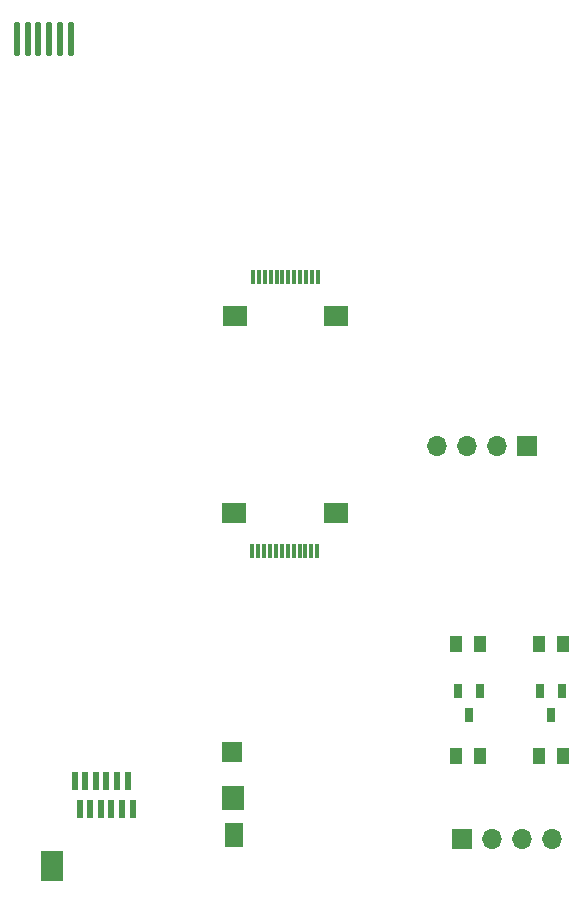
<source format=gbr>
%TF.GenerationSoftware,KiCad,Pcbnew,8.0.4*%
%TF.CreationDate,2025-06-05T19:44:25+01:00*%
%TF.ProjectId,psptvout,70737074-766f-4757-942e-6b696361645f,rev?*%
%TF.SameCoordinates,Original*%
%TF.FileFunction,Soldermask,Top*%
%TF.FilePolarity,Negative*%
%FSLAX46Y46*%
G04 Gerber Fmt 4.6, Leading zero omitted, Abs format (unit mm)*
G04 Created by KiCad (PCBNEW 8.0.4) date 2025-06-05 19:44:25*
%MOMM*%
%LPD*%
G01*
G04 APERTURE LIST*
G04 Aperture macros list*
%AMRoundRect*
0 Rectangle with rounded corners*
0 $1 Rounding radius*
0 $2 $3 $4 $5 $6 $7 $8 $9 X,Y pos of 4 corners*
0 Add a 4 corners polygon primitive as box body*
4,1,4,$2,$3,$4,$5,$6,$7,$8,$9,$2,$3,0*
0 Add four circle primitives for the rounded corners*
1,1,$1+$1,$2,$3*
1,1,$1+$1,$4,$5*
1,1,$1+$1,$6,$7*
1,1,$1+$1,$8,$9*
0 Add four rect primitives between the rounded corners*
20,1,$1+$1,$2,$3,$4,$5,0*
20,1,$1+$1,$4,$5,$6,$7,0*
20,1,$1+$1,$6,$7,$8,$9,0*
20,1,$1+$1,$8,$9,$2,$3,0*%
G04 Aperture macros list end*
%ADD10R,1.132537X1.377013*%
%ADD11R,1.775000X1.700000*%
%ADD12R,1.925000X2.125000*%
%ADD13R,1.900000X2.600000*%
%ADD14R,1.625000X2.025000*%
%ADD15R,0.600000X1.600000*%
%ADD16R,0.700000X1.250013*%
%ADD17R,1.700000X1.700000*%
%ADD18O,1.700000X1.700000*%
%ADD19RoundRect,0.117500X0.117500X1.332500X-0.117500X1.332500X-0.117500X-1.332500X0.117500X-1.332500X0*%
%ADD20R,0.300000X1.200000*%
%ADD21R,2.000000X1.800000*%
G04 APERTURE END LIST*
D10*
%TO.C,R2*%
X205025000Y-114925000D03*
X207025000Y-114925000D03*
%TD*%
%TO.C,R1*%
X207025000Y-124425000D03*
X205025000Y-124425000D03*
%TD*%
D11*
%TO.C,U6*%
X179009706Y-124087500D03*
D12*
X179084706Y-127950000D03*
D13*
X163772206Y-133737500D03*
D14*
X179234706Y-131125000D03*
D15*
X170622206Y-128862500D03*
X169722206Y-128862500D03*
X168822206Y-128862500D03*
X167922206Y-128862500D03*
X167022206Y-128862500D03*
X166122206Y-128862500D03*
X170197206Y-126537500D03*
X169297206Y-126537500D03*
X168397206Y-126537500D03*
X167497206Y-126537500D03*
X166597206Y-126537500D03*
X165697206Y-126537500D03*
%TD*%
D16*
%TO.C,U5*%
X200025000Y-118925000D03*
X198125076Y-118925000D03*
X199075038Y-120925000D03*
%TD*%
%TO.C,U4*%
X206974962Y-118925000D03*
X205075038Y-118925000D03*
X206025000Y-120925000D03*
%TD*%
D17*
%TO.C,J1*%
X198510000Y-131400000D03*
D18*
X201050000Y-131400000D03*
X203590000Y-131400000D03*
X206130000Y-131400000D03*
%TD*%
D10*
%TO.C,R3*%
X198025000Y-114925000D03*
X200025000Y-114925000D03*
%TD*%
D19*
%TO.C,U1*%
X160800500Y-63687500D03*
X161720500Y-63687500D03*
X162640500Y-63687500D03*
X163560500Y-63687500D03*
X164480500Y-63687500D03*
X165400500Y-63687500D03*
%TD*%
D20*
%TO.C,U2*%
X186300064Y-83875032D03*
X185799936Y-83875032D03*
X185300064Y-83875032D03*
X184799936Y-83875032D03*
X184300064Y-83875032D03*
X183799936Y-83875032D03*
X183300064Y-83875032D03*
X182799936Y-83875032D03*
X182300064Y-83875032D03*
X181799936Y-83875032D03*
X181300064Y-83875032D03*
X180799936Y-83875032D03*
D21*
X179250025Y-87124968D03*
X187849975Y-87124968D03*
%TD*%
D10*
%TO.C,R4*%
X198025000Y-124425000D03*
X200025000Y-124425000D03*
%TD*%
D20*
%TO.C,U3*%
X180749961Y-107049936D03*
X181250089Y-107049936D03*
X181749961Y-107049936D03*
X182250089Y-107049936D03*
X182749961Y-107049936D03*
X183250089Y-107049936D03*
X183749961Y-107049936D03*
X184250089Y-107049936D03*
X184749961Y-107049936D03*
X185250089Y-107049936D03*
X185749961Y-107049936D03*
X186250089Y-107049936D03*
D21*
X187800000Y-103800000D03*
X179200050Y-103800000D03*
%TD*%
D17*
%TO.C,J2*%
X204000000Y-98200000D03*
D18*
X201460000Y-98200000D03*
X198920000Y-98200000D03*
X196380000Y-98200000D03*
%TD*%
M02*

</source>
